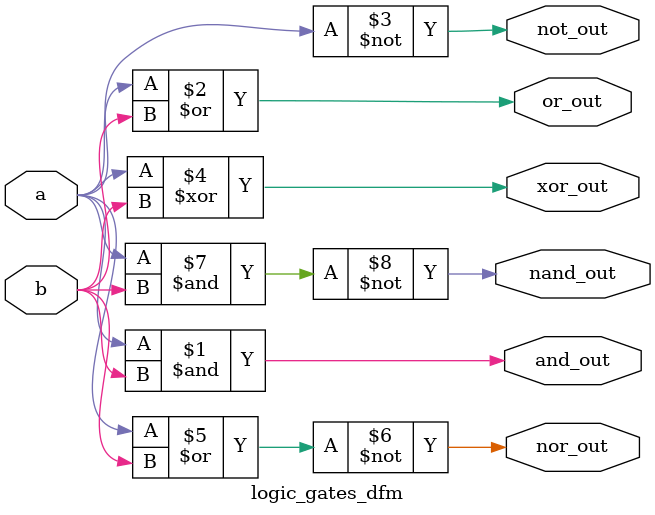
<source format=v>
`timescale 1ns / 1ps


module logic_gates_dfm(a,b,and_out,or_out,not_out,xor_out,nor_out,nand_out);
    input a,b;
    output and_out,or_out,not_out,xor_out,nor_out,nand_out;
    
    assign and_out = a&b;
    assign or_out = a|b;
    assign not_out = ~a;
    assign xor_out = a^b;
    assign nor_out = ~(a|b);
    assign nand_out = ~(a&b);
    
endmodule

</source>
